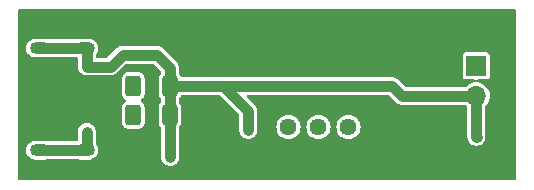
<source format=gbr>
%TF.GenerationSoftware,KiCad,Pcbnew,8.0.8*%
%TF.CreationDate,2025-02-14T22:47:41+08:00*%
%TF.ProjectId,5V24VBoostUp(USBC),35563234-5642-46f6-9f73-745570285553,rev?*%
%TF.SameCoordinates,Original*%
%TF.FileFunction,Copper,L2,Bot*%
%TF.FilePolarity,Positive*%
%FSLAX46Y46*%
G04 Gerber Fmt 4.6, Leading zero omitted, Abs format (unit mm)*
G04 Created by KiCad (PCBNEW 8.0.8) date 2025-02-14 22:47:41*
%MOMM*%
%LPD*%
G01*
G04 APERTURE LIST*
G04 Aperture macros list*
%AMRoundRect*
0 Rectangle with rounded corners*
0 $1 Rounding radius*
0 $2 $3 $4 $5 $6 $7 $8 $9 X,Y pos of 4 corners*
0 Add a 4 corners polygon primitive as box body*
4,1,4,$2,$3,$4,$5,$6,$7,$8,$9,$2,$3,0*
0 Add four circle primitives for the rounded corners*
1,1,$1+$1,$2,$3*
1,1,$1+$1,$4,$5*
1,1,$1+$1,$6,$7*
1,1,$1+$1,$8,$9*
0 Add four rect primitives between the rounded corners*
20,1,$1+$1,$2,$3,$4,$5,0*
20,1,$1+$1,$4,$5,$6,$7,0*
20,1,$1+$1,$6,$7,$8,$9,0*
20,1,$1+$1,$8,$9,$2,$3,0*%
G04 Aperture macros list end*
%TA.AperFunction,HeatsinkPad*%
%ADD10O,1.700000X1.000000*%
%TD*%
%TA.AperFunction,ComponentPad*%
%ADD11R,1.700000X1.700000*%
%TD*%
%TA.AperFunction,ComponentPad*%
%ADD12O,1.700000X1.700000*%
%TD*%
%TA.AperFunction,ComponentPad*%
%ADD13C,1.440000*%
%TD*%
%TA.AperFunction,SMDPad,CuDef*%
%ADD14RoundRect,0.250000X-0.400000X-0.625000X0.400000X-0.625000X0.400000X0.625000X-0.400000X0.625000X0*%
%TD*%
%TA.AperFunction,ViaPad*%
%ADD15C,0.600000*%
%TD*%
%TA.AperFunction,Conductor*%
%ADD16C,0.900000*%
%TD*%
G04 APERTURE END LIST*
D10*
%TO.P,J3,S1,SHIELD*%
%TO.N,GND*%
X138011600Y-79525400D03*
X134211600Y-79525400D03*
X138011600Y-88165400D03*
X134211600Y-88165400D03*
%TD*%
D11*
%TO.P,J2,1,Pin_1*%
%TO.N,Net-(D1-K)*%
X171170600Y-81026000D03*
D12*
%TO.P,J2,2,Pin_2*%
%TO.N,GND*%
X171170600Y-83566000D03*
%TD*%
D13*
%TO.P,RV1,1,1*%
%TO.N,Net-(D1-K)*%
X160350200Y-86207600D03*
%TO.P,RV1,2,2*%
%TO.N,Net-(U1-FB)*%
X157810200Y-86207600D03*
%TO.P,RV1,3,3*%
%TO.N,Net-(R2-Pad2)*%
X155270200Y-86207600D03*
%TD*%
D14*
%TO.P,R4,1*%
%TO.N,Net-(J3-CC2)*%
X142138400Y-85166200D03*
%TO.P,R4,2*%
%TO.N,GND*%
X145238400Y-85166200D03*
%TD*%
%TO.P,R3,1*%
%TO.N,Net-(J3-CC1)*%
X142138400Y-82753200D03*
%TO.P,R3,2*%
%TO.N,GND*%
X145238400Y-82753200D03*
%TD*%
D15*
%TO.N,GND*%
X167741600Y-83566000D03*
X171196600Y-87045800D03*
X145250300Y-88747600D03*
X151866600Y-86461600D03*
X138191600Y-81095400D03*
X138191600Y-86595400D03*
%TO.N,Net-(J3-CC1)*%
X142138400Y-82753200D03*
%TO.N,Net-(J3-CC2)*%
X142138400Y-85166200D03*
%TD*%
D16*
%TO.N,GND*%
X145238400Y-82753200D02*
X145238400Y-85166200D01*
X144145000Y-80086200D02*
X145238400Y-81179600D01*
X171170600Y-83566000D02*
X171170600Y-87019800D01*
X164871400Y-83566000D02*
X171170600Y-83566000D01*
X138191600Y-87985400D02*
X138011600Y-88165400D01*
X138191600Y-79705400D02*
X138011600Y-79525400D01*
X164058600Y-82753200D02*
X164871400Y-83566000D01*
X151866600Y-84861400D02*
X151866600Y-86461600D01*
X145238400Y-85166200D02*
X145238400Y-88735700D01*
X138011600Y-88165400D02*
X134211600Y-88165400D01*
X160781400Y-82753200D02*
X164058600Y-82753200D01*
X149758400Y-82753200D02*
X151866600Y-84861400D01*
X141224000Y-80086200D02*
X144145000Y-80086200D01*
X138011600Y-79525400D02*
X134211600Y-79525400D01*
X145238400Y-88735700D02*
X145250300Y-88747600D01*
X138191600Y-81095400D02*
X140214800Y-81095400D01*
X171170600Y-87019800D02*
X171196600Y-87045800D01*
X140214800Y-81095400D02*
X141224000Y-80086200D01*
X138191600Y-81095400D02*
X138191600Y-79705400D01*
X145238400Y-81179600D02*
X145238400Y-82753200D01*
X149758400Y-82753200D02*
X160781400Y-82753200D01*
X145238400Y-82753200D02*
X149758400Y-82753200D01*
X138191600Y-86595400D02*
X138191600Y-87985400D01*
%TD*%
%TA.AperFunction,NonConductor*%
G36*
X174473939Y-76262985D02*
G01*
X174519694Y-76315789D01*
X174530900Y-76367300D01*
X174530900Y-90586900D01*
X174511215Y-90653939D01*
X174458411Y-90699694D01*
X174406900Y-90710900D01*
X132501300Y-90710900D01*
X132434261Y-90691215D01*
X132388506Y-90638411D01*
X132377300Y-90586900D01*
X132377300Y-88086553D01*
X133061100Y-88086553D01*
X133061100Y-88244246D01*
X133091861Y-88398889D01*
X133091864Y-88398901D01*
X133152202Y-88544572D01*
X133152209Y-88544585D01*
X133239810Y-88675688D01*
X133239813Y-88675692D01*
X133351307Y-88787186D01*
X133351311Y-88787189D01*
X133482414Y-88874790D01*
X133482427Y-88874797D01*
X133581660Y-88915900D01*
X133628103Y-88935137D01*
X133782753Y-88965899D01*
X133782756Y-88965900D01*
X133782758Y-88965900D01*
X134640444Y-88965900D01*
X134640445Y-88965899D01*
X134716752Y-88950720D01*
X134795088Y-88935139D01*
X134795089Y-88935138D01*
X134795097Y-88935137D01*
X134818755Y-88925337D01*
X134866204Y-88915900D01*
X137356996Y-88915900D01*
X137404444Y-88925337D01*
X137428103Y-88935137D01*
X137428108Y-88935138D01*
X137428111Y-88935139D01*
X137582753Y-88965899D01*
X137582756Y-88965900D01*
X137582758Y-88965900D01*
X138440444Y-88965900D01*
X138440445Y-88965899D01*
X138595097Y-88935137D01*
X138740779Y-88874794D01*
X138871889Y-88787189D01*
X138983389Y-88675689D01*
X139070994Y-88544579D01*
X139131337Y-88398897D01*
X139162100Y-88244242D01*
X139162100Y-88086558D01*
X139162100Y-88086555D01*
X139162099Y-88086553D01*
X139131338Y-87931910D01*
X139131337Y-87931903D01*
X139075169Y-87796300D01*
X139070997Y-87786227D01*
X139070990Y-87786214D01*
X138983389Y-87655111D01*
X138983386Y-87655107D01*
X138978419Y-87650140D01*
X138944934Y-87588817D01*
X138942100Y-87562459D01*
X138942100Y-86521479D01*
X138913259Y-86376492D01*
X138913258Y-86376491D01*
X138913258Y-86376487D01*
X138872414Y-86277880D01*
X138856687Y-86239911D01*
X138856680Y-86239898D01*
X138774551Y-86116984D01*
X138774548Y-86116980D01*
X138670019Y-86012451D01*
X138670015Y-86012448D01*
X138547101Y-85930319D01*
X138547088Y-85930312D01*
X138410517Y-85873743D01*
X138410507Y-85873740D01*
X138265520Y-85844900D01*
X138265518Y-85844900D01*
X138117682Y-85844900D01*
X138117680Y-85844900D01*
X137972692Y-85873740D01*
X137972682Y-85873743D01*
X137836111Y-85930312D01*
X137836098Y-85930319D01*
X137713184Y-86012448D01*
X137713180Y-86012451D01*
X137608651Y-86116980D01*
X137608648Y-86116984D01*
X137526519Y-86239898D01*
X137526512Y-86239911D01*
X137469943Y-86376482D01*
X137469940Y-86376492D01*
X137441100Y-86521479D01*
X137441100Y-87290900D01*
X137421415Y-87357939D01*
X137368611Y-87403694D01*
X137317100Y-87414900D01*
X134866204Y-87414900D01*
X134818755Y-87405462D01*
X134795097Y-87395663D01*
X134795093Y-87395662D01*
X134795088Y-87395660D01*
X134640445Y-87364900D01*
X134640442Y-87364900D01*
X133782758Y-87364900D01*
X133782755Y-87364900D01*
X133628110Y-87395661D01*
X133628098Y-87395664D01*
X133482427Y-87456002D01*
X133482414Y-87456009D01*
X133351311Y-87543610D01*
X133351307Y-87543613D01*
X133239813Y-87655107D01*
X133239810Y-87655111D01*
X133152209Y-87786214D01*
X133152202Y-87786227D01*
X133091864Y-87931898D01*
X133091861Y-87931910D01*
X133061100Y-88086553D01*
X132377300Y-88086553D01*
X132377300Y-82085098D01*
X141187900Y-82085098D01*
X141187900Y-83421302D01*
X141193526Y-83468154D01*
X141198522Y-83509761D01*
X141198522Y-83509763D01*
X141198523Y-83509764D01*
X141205346Y-83527066D01*
X141254039Y-83650543D01*
X141345477Y-83771122D01*
X141463862Y-83860896D01*
X141505386Y-83917089D01*
X141509937Y-83986810D01*
X141476072Y-84047924D01*
X141463862Y-84058504D01*
X141345477Y-84148277D01*
X141254039Y-84268856D01*
X141198522Y-84409638D01*
X141194331Y-84444541D01*
X141187900Y-84498098D01*
X141187900Y-85834302D01*
X141189173Y-85844900D01*
X141198522Y-85922761D01*
X141254039Y-86063543D01*
X141345477Y-86184122D01*
X141466056Y-86275560D01*
X141466057Y-86275560D01*
X141466058Y-86275561D01*
X141606836Y-86331077D01*
X141695298Y-86341700D01*
X141695303Y-86341700D01*
X142581497Y-86341700D01*
X142581502Y-86341700D01*
X142669964Y-86331077D01*
X142810742Y-86275561D01*
X142931322Y-86184122D01*
X143022761Y-86063542D01*
X143078277Y-85922764D01*
X143088900Y-85834302D01*
X143088900Y-84498098D01*
X143078277Y-84409636D01*
X143022761Y-84268858D01*
X143022760Y-84268857D01*
X143022760Y-84268856D01*
X142931322Y-84148277D01*
X142850979Y-84087352D01*
X142812936Y-84058502D01*
X142771414Y-84002312D01*
X142766862Y-83932591D01*
X142800727Y-83871476D01*
X142812932Y-83860899D01*
X142931322Y-83771122D01*
X143022761Y-83650542D01*
X143078277Y-83509764D01*
X143088900Y-83421302D01*
X143088900Y-82085098D01*
X143078277Y-81996636D01*
X143022761Y-81855858D01*
X143022760Y-81855857D01*
X143022760Y-81855856D01*
X142931322Y-81735277D01*
X142810743Y-81643839D01*
X142669961Y-81588322D01*
X142624326Y-81582842D01*
X142581502Y-81577700D01*
X141695298Y-81577700D01*
X141656253Y-81582388D01*
X141606838Y-81588322D01*
X141466056Y-81643839D01*
X141345477Y-81735277D01*
X141254039Y-81855856D01*
X141198522Y-81996638D01*
X141194331Y-82031542D01*
X141187900Y-82085098D01*
X132377300Y-82085098D01*
X132377300Y-79446553D01*
X133061100Y-79446553D01*
X133061100Y-79604246D01*
X133091861Y-79758889D01*
X133091864Y-79758901D01*
X133152202Y-79904572D01*
X133152209Y-79904585D01*
X133239810Y-80035688D01*
X133239813Y-80035692D01*
X133351307Y-80147186D01*
X133351311Y-80147189D01*
X133482414Y-80234790D01*
X133482427Y-80234797D01*
X133573237Y-80272411D01*
X133628103Y-80295137D01*
X133779314Y-80325215D01*
X133782753Y-80325899D01*
X133782756Y-80325900D01*
X133782758Y-80325900D01*
X134640444Y-80325900D01*
X134640445Y-80325899D01*
X134727510Y-80308581D01*
X134795088Y-80295139D01*
X134795089Y-80295138D01*
X134795097Y-80295137D01*
X134818755Y-80285337D01*
X134866204Y-80275900D01*
X137317100Y-80275900D01*
X137384139Y-80295585D01*
X137429894Y-80348389D01*
X137441100Y-80399900D01*
X137441100Y-81169318D01*
X137441100Y-81169320D01*
X137441099Y-81169320D01*
X137469940Y-81314307D01*
X137469943Y-81314317D01*
X137526512Y-81450888D01*
X137526519Y-81450901D01*
X137608648Y-81573815D01*
X137608651Y-81573819D01*
X137713180Y-81678348D01*
X137713184Y-81678351D01*
X137836098Y-81760480D01*
X137836111Y-81760487D01*
X137972682Y-81817056D01*
X137972687Y-81817058D01*
X137972691Y-81817058D01*
X137972692Y-81817059D01*
X138117679Y-81845900D01*
X138117682Y-81845900D01*
X140288720Y-81845900D01*
X140386262Y-81826496D01*
X140433713Y-81817058D01*
X140570295Y-81760484D01*
X140659197Y-81701082D01*
X140659199Y-81701081D01*
X140693209Y-81678357D01*
X140693210Y-81678355D01*
X140693216Y-81678352D01*
X141498548Y-80873018D01*
X141559871Y-80839534D01*
X141586229Y-80836700D01*
X143782770Y-80836700D01*
X143849809Y-80856385D01*
X143870451Y-80873019D01*
X144451581Y-81454148D01*
X144485066Y-81515471D01*
X144487900Y-81541829D01*
X144487900Y-81641519D01*
X144468215Y-81708558D01*
X144450242Y-81728055D01*
X144451472Y-81729285D01*
X144445474Y-81735282D01*
X144354039Y-81855856D01*
X144298522Y-81996638D01*
X144294331Y-82031542D01*
X144287900Y-82085098D01*
X144287900Y-83421302D01*
X144293526Y-83468154D01*
X144298522Y-83509761D01*
X144298522Y-83509763D01*
X144298523Y-83509764D01*
X144305346Y-83527066D01*
X144354039Y-83650543D01*
X144356705Y-83654058D01*
X144445478Y-83771122D01*
X144445482Y-83771125D01*
X144451473Y-83777116D01*
X144448843Y-83779745D01*
X144480186Y-83821828D01*
X144487900Y-83864880D01*
X144487900Y-84054519D01*
X144468215Y-84121558D01*
X144450242Y-84141055D01*
X144451472Y-84142285D01*
X144445474Y-84148282D01*
X144354039Y-84268856D01*
X144298522Y-84409638D01*
X144294331Y-84444541D01*
X144287900Y-84498098D01*
X144287900Y-85834302D01*
X144289173Y-85844900D01*
X144298522Y-85922761D01*
X144354039Y-86063543D01*
X144394562Y-86116980D01*
X144445478Y-86184122D01*
X144445482Y-86184125D01*
X144451473Y-86190116D01*
X144448843Y-86192745D01*
X144480186Y-86234828D01*
X144487900Y-86277880D01*
X144487900Y-88809618D01*
X144487900Y-88809620D01*
X144487899Y-88809620D01*
X144516740Y-88954607D01*
X144516742Y-88954613D01*
X144573316Y-89091195D01*
X144573503Y-89091474D01*
X144573537Y-89091585D01*
X144573565Y-89091567D01*
X144655448Y-89214116D01*
X144771884Y-89330551D01*
X144833756Y-89371892D01*
X144894804Y-89412683D01*
X144894805Y-89412683D01*
X144894806Y-89412684D01*
X145031387Y-89469258D01*
X145031391Y-89469258D01*
X145031392Y-89469259D01*
X145176379Y-89498100D01*
X145176382Y-89498100D01*
X145324219Y-89498100D01*
X145421761Y-89478696D01*
X145469212Y-89469258D01*
X145605794Y-89412684D01*
X145728716Y-89330551D01*
X145833251Y-89226016D01*
X145915384Y-89103094D01*
X145971958Y-88966512D01*
X146000800Y-88821517D01*
X146000800Y-88673682D01*
X146000800Y-88673679D01*
X145991283Y-88625837D01*
X145988900Y-88601645D01*
X145988900Y-86277880D01*
X146008585Y-86210841D01*
X146026626Y-86191415D01*
X146025327Y-86190116D01*
X146031313Y-86184128D01*
X146031322Y-86184122D01*
X146122761Y-86063542D01*
X146178277Y-85922764D01*
X146188900Y-85834302D01*
X146188900Y-84498098D01*
X146178277Y-84409636D01*
X146122761Y-84268858D01*
X146122760Y-84268857D01*
X146122760Y-84268856D01*
X146031325Y-84148282D01*
X146031322Y-84148278D01*
X146031317Y-84148274D01*
X146025328Y-84142285D01*
X146027862Y-84139750D01*
X145996295Y-84096701D01*
X145988900Y-84054519D01*
X145988900Y-83864880D01*
X146008585Y-83797841D01*
X146026626Y-83778415D01*
X146025327Y-83777116D01*
X146031313Y-83771128D01*
X146031322Y-83771122D01*
X146122761Y-83650542D01*
X146149707Y-83582209D01*
X146192613Y-83527066D01*
X146258520Y-83503873D01*
X146265062Y-83503700D01*
X149396170Y-83503700D01*
X149463209Y-83523385D01*
X149483851Y-83540019D01*
X151079781Y-85135949D01*
X151113266Y-85197272D01*
X151116100Y-85223630D01*
X151116100Y-86535518D01*
X151116100Y-86535520D01*
X151116099Y-86535520D01*
X151144940Y-86680507D01*
X151144943Y-86680517D01*
X151201512Y-86817088D01*
X151201519Y-86817101D01*
X151283648Y-86940015D01*
X151283651Y-86940019D01*
X151388180Y-87044548D01*
X151388184Y-87044551D01*
X151511098Y-87126680D01*
X151511111Y-87126687D01*
X151647682Y-87183256D01*
X151647687Y-87183258D01*
X151647691Y-87183258D01*
X151647692Y-87183259D01*
X151792679Y-87212100D01*
X151792682Y-87212100D01*
X151940520Y-87212100D01*
X152038062Y-87192696D01*
X152085513Y-87183258D01*
X152222095Y-87126684D01*
X152345016Y-87044551D01*
X152449551Y-86940016D01*
X152531684Y-86817095D01*
X152588258Y-86680513D01*
X152617100Y-86535518D01*
X152617100Y-86207600D01*
X154244762Y-86207600D01*
X154264465Y-86407651D01*
X154264466Y-86407653D01*
X154322819Y-86600018D01*
X154417579Y-86777303D01*
X154417581Y-86777306D01*
X154545105Y-86932694D01*
X154681403Y-87044551D01*
X154700497Y-87060221D01*
X154877782Y-87154981D01*
X155070147Y-87213334D01*
X155070146Y-87213334D01*
X155088083Y-87215100D01*
X155270200Y-87233038D01*
X155470253Y-87213334D01*
X155662618Y-87154981D01*
X155839903Y-87060221D01*
X155995294Y-86932694D01*
X156122821Y-86777303D01*
X156217581Y-86600018D01*
X156275934Y-86407653D01*
X156295638Y-86207600D01*
X156784762Y-86207600D01*
X156804465Y-86407651D01*
X156804466Y-86407653D01*
X156862819Y-86600018D01*
X156957579Y-86777303D01*
X156957581Y-86777306D01*
X157085105Y-86932694D01*
X157221403Y-87044551D01*
X157240497Y-87060221D01*
X157417782Y-87154981D01*
X157610147Y-87213334D01*
X157610146Y-87213334D01*
X157628083Y-87215100D01*
X157810200Y-87233038D01*
X158010253Y-87213334D01*
X158202618Y-87154981D01*
X158379903Y-87060221D01*
X158535294Y-86932694D01*
X158662821Y-86777303D01*
X158757581Y-86600018D01*
X158815934Y-86407653D01*
X158835638Y-86207600D01*
X159324762Y-86207600D01*
X159344465Y-86407651D01*
X159344466Y-86407653D01*
X159402819Y-86600018D01*
X159497579Y-86777303D01*
X159497581Y-86777306D01*
X159625105Y-86932694D01*
X159761403Y-87044551D01*
X159780497Y-87060221D01*
X159957782Y-87154981D01*
X160150147Y-87213334D01*
X160150146Y-87213334D01*
X160168083Y-87215100D01*
X160350200Y-87233038D01*
X160550253Y-87213334D01*
X160742618Y-87154981D01*
X160919903Y-87060221D01*
X161075294Y-86932694D01*
X161202821Y-86777303D01*
X161297581Y-86600018D01*
X161355934Y-86407653D01*
X161375638Y-86207600D01*
X161355934Y-86007547D01*
X161297581Y-85815182D01*
X161202821Y-85637897D01*
X161202818Y-85637893D01*
X161075294Y-85482505D01*
X160919906Y-85354981D01*
X160919904Y-85354980D01*
X160919903Y-85354979D01*
X160742618Y-85260219D01*
X160550253Y-85201866D01*
X160550250Y-85201865D01*
X160550253Y-85201865D01*
X160350200Y-85182162D01*
X160150148Y-85201865D01*
X159957782Y-85260219D01*
X159780493Y-85354981D01*
X159625105Y-85482505D01*
X159497581Y-85637893D01*
X159402819Y-85815182D01*
X159344465Y-86007548D01*
X159324762Y-86207600D01*
X158835638Y-86207600D01*
X158815934Y-86007547D01*
X158757581Y-85815182D01*
X158662821Y-85637897D01*
X158662818Y-85637893D01*
X158535294Y-85482505D01*
X158379906Y-85354981D01*
X158379904Y-85354980D01*
X158379903Y-85354979D01*
X158202618Y-85260219D01*
X158010253Y-85201866D01*
X158010250Y-85201865D01*
X158010253Y-85201865D01*
X157810200Y-85182162D01*
X157610148Y-85201865D01*
X157417782Y-85260219D01*
X157240493Y-85354981D01*
X157085105Y-85482505D01*
X156957581Y-85637893D01*
X156862819Y-85815182D01*
X156804465Y-86007548D01*
X156784762Y-86207600D01*
X156295638Y-86207600D01*
X156275934Y-86007547D01*
X156217581Y-85815182D01*
X156122821Y-85637897D01*
X156122818Y-85637893D01*
X155995294Y-85482505D01*
X155839906Y-85354981D01*
X155839904Y-85354980D01*
X155839903Y-85354979D01*
X155662618Y-85260219D01*
X155470253Y-85201866D01*
X155470250Y-85201865D01*
X155470253Y-85201865D01*
X155270200Y-85182162D01*
X155070148Y-85201865D01*
X154877782Y-85260219D01*
X154700493Y-85354981D01*
X154545105Y-85482505D01*
X154417581Y-85637893D01*
X154322819Y-85815182D01*
X154264465Y-86007548D01*
X154244762Y-86207600D01*
X152617100Y-86207600D01*
X152617100Y-84787482D01*
X152617100Y-84787479D01*
X152588259Y-84642492D01*
X152588258Y-84642491D01*
X152588258Y-84642487D01*
X152531684Y-84505905D01*
X152490683Y-84444542D01*
X152490683Y-84444541D01*
X152449550Y-84382981D01*
X152449547Y-84382978D01*
X151781949Y-83715381D01*
X151748464Y-83654058D01*
X151753448Y-83584367D01*
X151795319Y-83528433D01*
X151860784Y-83504016D01*
X151869630Y-83503700D01*
X160707482Y-83503700D01*
X163696370Y-83503700D01*
X163763409Y-83523385D01*
X163784051Y-83540019D01*
X164392978Y-84148947D01*
X164392985Y-84148953D01*
X164451104Y-84187786D01*
X164451106Y-84187787D01*
X164451109Y-84187789D01*
X164515905Y-84231084D01*
X164515906Y-84231084D01*
X164515907Y-84231085D01*
X164652482Y-84287656D01*
X164652487Y-84287658D01*
X164652491Y-84287658D01*
X164652492Y-84287659D01*
X164797479Y-84316500D01*
X164797482Y-84316500D01*
X164797483Y-84316500D01*
X164945318Y-84316500D01*
X170238077Y-84316500D01*
X170305116Y-84336185D01*
X170321614Y-84348862D01*
X170379637Y-84401756D01*
X170415919Y-84461467D01*
X170420100Y-84493394D01*
X170420100Y-87093718D01*
X170420100Y-87093720D01*
X170420099Y-87093720D01*
X170448940Y-87238707D01*
X170448943Y-87238717D01*
X170505513Y-87375290D01*
X170505516Y-87375295D01*
X170522889Y-87401297D01*
X170587646Y-87498214D01*
X170587647Y-87498215D01*
X170587648Y-87498216D01*
X170718185Y-87628752D01*
X170757629Y-87655107D01*
X170841107Y-87710885D01*
X170909397Y-87739171D01*
X170977688Y-87767459D01*
X171122678Y-87796299D01*
X171122682Y-87796300D01*
X171122683Y-87796300D01*
X171270519Y-87796300D01*
X171270520Y-87796299D01*
X171415513Y-87767459D01*
X171552095Y-87710884D01*
X171675016Y-87628752D01*
X171779552Y-87524216D01*
X171861684Y-87401295D01*
X171864017Y-87395664D01*
X171872456Y-87375290D01*
X171918259Y-87264713D01*
X171947100Y-87119718D01*
X171947100Y-86971883D01*
X171923483Y-86853150D01*
X171921100Y-86828959D01*
X171921100Y-84493394D01*
X171940785Y-84426355D01*
X171961562Y-84401757D01*
X171982158Y-84382981D01*
X172024472Y-84344407D01*
X172152966Y-84174255D01*
X172168885Y-84142285D01*
X172248003Y-83983394D01*
X172248003Y-83983393D01*
X172248005Y-83983389D01*
X172306356Y-83778310D01*
X172326029Y-83566000D01*
X172306356Y-83353690D01*
X172248005Y-83148611D01*
X172248003Y-83148606D01*
X172248003Y-83148605D01*
X172152967Y-82957746D01*
X172024472Y-82787593D01*
X172019584Y-82783137D01*
X171866902Y-82643948D01*
X171685619Y-82531702D01*
X171685617Y-82531701D01*
X171586208Y-82493190D01*
X171486798Y-82454679D01*
X171314056Y-82422387D01*
X171251776Y-82390719D01*
X171216503Y-82330407D01*
X171219437Y-82260599D01*
X171259646Y-82203459D01*
X171324364Y-82177128D01*
X171336833Y-82176499D01*
X172065464Y-82176499D01*
X172065479Y-82176497D01*
X172065482Y-82176497D01*
X172090587Y-82173586D01*
X172090588Y-82173585D01*
X172090591Y-82173585D01*
X172193365Y-82128206D01*
X172272806Y-82048765D01*
X172318185Y-81945991D01*
X172321100Y-81920865D01*
X172321099Y-80131136D01*
X172320775Y-80128340D01*
X172318186Y-80106012D01*
X172318185Y-80106010D01*
X172318185Y-80106009D01*
X172272806Y-80003235D01*
X172193365Y-79923794D01*
X172149847Y-79904579D01*
X172090592Y-79878415D01*
X172065465Y-79875500D01*
X170275743Y-79875500D01*
X170275717Y-79875502D01*
X170250612Y-79878413D01*
X170250608Y-79878415D01*
X170147835Y-79923793D01*
X170068394Y-80003234D01*
X170023015Y-80106006D01*
X170023015Y-80106008D01*
X170020100Y-80131131D01*
X170020100Y-81920856D01*
X170020102Y-81920882D01*
X170023013Y-81945987D01*
X170023015Y-81945991D01*
X170068393Y-82048764D01*
X170068394Y-82048765D01*
X170147835Y-82128206D01*
X170250609Y-82173585D01*
X170275735Y-82176500D01*
X171004358Y-82176499D01*
X171071395Y-82196183D01*
X171117150Y-82248987D01*
X171127094Y-82318146D01*
X171098069Y-82381702D01*
X171039291Y-82419476D01*
X171027142Y-82422388D01*
X170970716Y-82432935D01*
X170854402Y-82454679D01*
X170854400Y-82454679D01*
X170854398Y-82454680D01*
X170655582Y-82531701D01*
X170655580Y-82531702D01*
X170474296Y-82643949D01*
X170321615Y-82783137D01*
X170258811Y-82813754D01*
X170238077Y-82815500D01*
X165233630Y-82815500D01*
X165166591Y-82795815D01*
X165145949Y-82779181D01*
X164537021Y-82170252D01*
X164537014Y-82170246D01*
X164463329Y-82121012D01*
X164463329Y-82121013D01*
X164414091Y-82088113D01*
X164277517Y-82031543D01*
X164277507Y-82031540D01*
X164132520Y-82002700D01*
X164132518Y-82002700D01*
X160855318Y-82002700D01*
X149832318Y-82002700D01*
X146265062Y-82002700D01*
X146198023Y-81983015D01*
X146152268Y-81930211D01*
X146149707Y-81924189D01*
X146148397Y-81920868D01*
X146122761Y-81855858D01*
X146122761Y-81855857D01*
X146031325Y-81735282D01*
X146031322Y-81735278D01*
X146031317Y-81735274D01*
X146025328Y-81729285D01*
X146027862Y-81726750D01*
X145996295Y-81683701D01*
X145988900Y-81641519D01*
X145988900Y-81105679D01*
X145960059Y-80960692D01*
X145960058Y-80960691D01*
X145960058Y-80960687D01*
X145908701Y-80836700D01*
X145903487Y-80824111D01*
X145903480Y-80824098D01*
X145821352Y-80701185D01*
X145821351Y-80701184D01*
X145716816Y-80596649D01*
X145445382Y-80325215D01*
X144623421Y-79503252D01*
X144623418Y-79503249D01*
X144548101Y-79452925D01*
X144538572Y-79446558D01*
X144500495Y-79421116D01*
X144500492Y-79421114D01*
X144500491Y-79421114D01*
X144363917Y-79364543D01*
X144363907Y-79364540D01*
X144218920Y-79335700D01*
X144218918Y-79335700D01*
X141297917Y-79335700D01*
X141150082Y-79335700D01*
X141150080Y-79335700D01*
X141005092Y-79364540D01*
X141005082Y-79364543D01*
X140868511Y-79421112D01*
X140868498Y-79421119D01*
X140745584Y-79503248D01*
X140745580Y-79503251D01*
X139940251Y-80308581D01*
X139878928Y-80342066D01*
X139852570Y-80344900D01*
X139066100Y-80344900D01*
X138999061Y-80325215D01*
X138953306Y-80272411D01*
X138942100Y-80220900D01*
X138942100Y-80128340D01*
X138961785Y-80061301D01*
X138978418Y-80040659D01*
X138983389Y-80035689D01*
X139070994Y-79904579D01*
X139131337Y-79758897D01*
X139162100Y-79604242D01*
X139162100Y-79446558D01*
X139162100Y-79446555D01*
X139162099Y-79446553D01*
X139131338Y-79291910D01*
X139131337Y-79291903D01*
X139131335Y-79291898D01*
X139070997Y-79146227D01*
X139070990Y-79146214D01*
X138983389Y-79015111D01*
X138983386Y-79015107D01*
X138871892Y-78903613D01*
X138871888Y-78903610D01*
X138740785Y-78816009D01*
X138740772Y-78816002D01*
X138595101Y-78755664D01*
X138595089Y-78755661D01*
X138440445Y-78724900D01*
X138440442Y-78724900D01*
X137582758Y-78724900D01*
X137582755Y-78724900D01*
X137428111Y-78755660D01*
X137428106Y-78755662D01*
X137428104Y-78755662D01*
X137428103Y-78755663D01*
X137404444Y-78765462D01*
X137356996Y-78774900D01*
X134866204Y-78774900D01*
X134818755Y-78765462D01*
X134795097Y-78755663D01*
X134795093Y-78755662D01*
X134795088Y-78755660D01*
X134640445Y-78724900D01*
X134640442Y-78724900D01*
X133782758Y-78724900D01*
X133782755Y-78724900D01*
X133628110Y-78755661D01*
X133628098Y-78755664D01*
X133482427Y-78816002D01*
X133482414Y-78816009D01*
X133351311Y-78903610D01*
X133351307Y-78903613D01*
X133239813Y-79015107D01*
X133239810Y-79015111D01*
X133152209Y-79146214D01*
X133152202Y-79146227D01*
X133091864Y-79291898D01*
X133091861Y-79291910D01*
X133061100Y-79446553D01*
X132377300Y-79446553D01*
X132377300Y-76367300D01*
X132396985Y-76300261D01*
X132449789Y-76254506D01*
X132501300Y-76243300D01*
X174406900Y-76243300D01*
X174473939Y-76262985D01*
G37*
%TD.AperFunction*%
M02*

</source>
